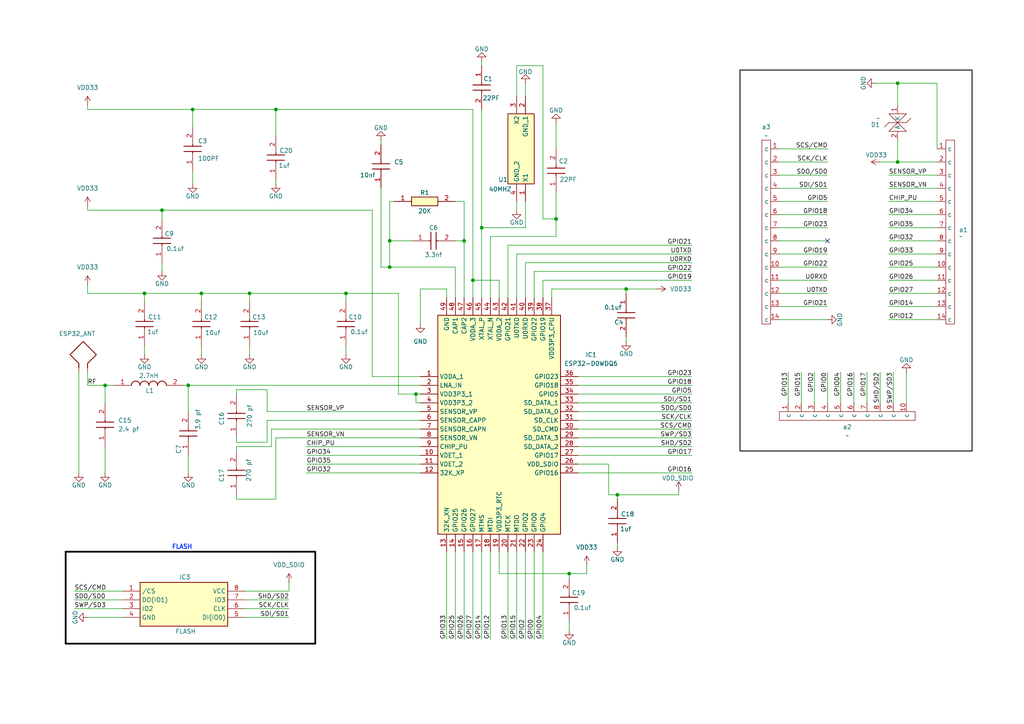
<source format=kicad_sch>
(kicad_sch (version 20231120) (generator "eeschema") (generator_version "8.0")
  (paper "A4")
  (title_block (title "ESP32") (date "2025-01-21") (rev "1/1") (company "SURE TRUST") (comment 1 "ESP32_D0WD_V3"))
  (junction (at 260.35 46.99))
  (junction (at 100.33 85.09))
  (junction (at 181.61 83.82))
  (junction (at 113.03 77.47))
  (junction (at 41.91 85.09))
  (junction (at 179.07 143.51))
  (junction (at 137.16 81.28))
  (junction (at 54.61 111.76))
  (junction (at 46.99 60.96))
  (junction (at 161.29 63.5))
  (junction (at 139.7 66.04))
  (junction (at 260.35 24.13))
  (junction (at 80.01 31.75))
  (junction (at 120.65 114.3))
  (junction (at 134.62 69.85))
  (junction (at 30.48 111.76))
  (junction (at 58.42 85.09))
  (junction (at 72.39 85.09))
  (junction (at 165.1 166.37))
  (junction (at 113.03 69.85))
  (junction (at 55.88 31.75))
  (no_connect (at 240.03 69.85))
  (wire (pts (xy 58.42 100.33) (xy 58.42 102.87)))
  (wire (pts (xy 176.53 134.62) (xy 176.53 143.51)))
  (wire (pts (xy 226.06 85.09) (xy 240.03 85.09)))
  (wire (pts (xy 113.03 69.85) (xy 113.03 77.47)))
  (wire (pts (xy 107.95 109.22) (xy 121.92 109.22)))
  (wire (pts (xy 154.94 160.02) (xy 154.94 185.42)))
  (wire (pts (xy 154.94 86.36) (xy 154.94 78.74)))
  (wire (pts (xy 129.54 185.42) (xy 129.54 160.02)))
  (wire (pts (xy 152.4 66.04) (xy 152.4 58.42)))
  (wire (pts (xy 226.06 69.85) (xy 240.03 69.85)))
  (wire (pts (xy 157.48 63.5) (xy 161.29 63.5)))
  (wire (pts (xy 144.78 81.28) (xy 137.16 81.28)))
  (wire (pts (xy 257.81 58.42) (xy 271.78 58.42)))
  (wire (pts (xy 167.64 109.22) (xy 200.66 109.22)))
  (wire (pts (xy 77.47 119.38) (xy 77.47 113.03)))
  (wire (pts (xy 72.39 87.63) (xy 72.39 85.09)))
  (wire (pts (xy 121.92 83.82) (xy 121.92 93.98)))
  (wire (pts (xy 228.6 107.95) (xy 228.6 116.84)))
  (wire (pts (xy 134.62 58.42) (xy 132.08 58.42)))
  (wire (pts (xy 257.81 92.71) (xy 271.78 92.71)))
  (wire (pts (xy 262.89 107.95) (xy 262.89 116.84)))
  (wire (pts (xy 41.91 85.09) (xy 41.91 87.63)))
  (wire (pts (xy 113.03 58.42) (xy 113.03 69.85)))
  (wire (pts (xy 71.12 173.99) (xy 83.82 173.99)))
  (wire (pts (xy 149.86 27.94) (xy 149.86 19.05)))
  (wire (pts (xy 152.4 86.36) (xy 152.4 76.2)))
  (wire (pts (xy 165.1 180.34) (xy 165.1 182.88)))
  (wire (pts (xy 147.32 71.12) (xy 200.66 71.12)))
  (wire (pts (xy 30.48 111.76) (xy 33.02 111.76)))
  (wire (pts (xy 167.64 127) (xy 200.66 127)))
  (wire (pts (xy 137.16 81.28) (xy 137.16 86.36)))
  (wire (pts (xy 255.27 107.95) (xy 255.27 116.84)))
  (wire (pts (xy 78.74 124.46) (xy 121.92 124.46)))
  (wire (pts (xy 58.42 85.09) (xy 72.39 85.09)))
  (wire (pts (xy 142.24 68.58) (xy 142.24 86.36)))
  (wire (pts (xy 179.07 143.51) (xy 196.85 143.51)))
  (wire (pts (xy 137.16 31.75) (xy 137.16 81.28)))
  (wire (pts (xy 120.65 116.84) (xy 120.65 114.3)))
  (wire (pts (xy 25.4 111.76) (xy 30.48 111.76)))
  (wire (pts (xy 129.54 83.82) (xy 129.54 86.36)))
  (wire (pts (xy 41.91 85.09) (xy 25.4 85.09)))
  (wire (pts (xy 25.4 82.55) (xy 25.4 85.09)))
  (wire (pts (xy 77.47 128.27) (xy 77.47 121.92)))
  (wire (pts (xy 46.99 76.2) (xy 46.99 78.74)))
  (wire (pts (xy 161.29 63.5) (xy 161.29 68.58)))
  (wire (pts (xy 78.74 129.54) (xy 78.74 124.46)))
  (wire (pts (xy 152.4 24.13) (xy 152.4 27.94)))
  (wire (pts (xy 226.06 77.47) (xy 240.03 77.47)))
  (wire (pts (xy 167.64 134.62) (xy 176.53 134.62)))
  (wire (pts (xy 257.81 85.09) (xy 271.78 85.09)))
  (wire (pts (xy 257.81 66.04) (xy 271.78 66.04)))
  (wire (pts (xy 80.01 31.75) (xy 137.16 31.75)))
  (wire (pts (xy 167.64 124.46) (xy 200.66 124.46)))
  (wire (pts (xy 68.58 113.03) (xy 68.58 114.3)))
  (wire (pts (xy 152.4 76.2) (xy 200.66 76.2)))
  (wire (pts (xy 25.4 31.75) (xy 25.4 30.48)))
  (wire (pts (xy 30.48 111.76) (xy 30.48 116.84)))
  (wire (pts (xy 257.81 77.47) (xy 271.78 77.47)))
  (wire (pts (xy 142.24 160.02) (xy 142.24 185.42)))
  (wire (pts (xy 58.42 85.09) (xy 58.42 87.63)))
  (wire (pts (xy 41.91 100.33) (xy 41.91 102.87)))
  (wire (pts (xy 167.64 132.08) (xy 200.66 132.08)))
  (wire (pts (xy 226.06 50.8) (xy 240.03 50.8)))
  (wire (pts (xy 167.64 114.3) (xy 200.66 114.3)))
  (wire (pts (xy 271.78 43.18) (xy 271.78 24.13)))
  (wire (pts (xy 55.88 31.75) (xy 55.88 36.83)))
  (wire (pts (xy 134.62 160.02) (xy 134.62 185.42)))
  (wire (pts (xy 181.61 83.82) (xy 181.61 85.09)))
  (wire (pts (xy 25.4 31.75) (xy 55.88 31.75)))
  (wire (pts (xy 149.86 86.36) (xy 149.86 73.66)))
  (wire (pts (xy 46.99 60.96) (xy 107.95 60.96)))
  (wire (pts (xy 139.7 66.04) (xy 152.4 66.04)))
  (wire (pts (xy 139.7 19.05) (xy 139.7 17.78)))
  (wire (pts (xy 88.9 129.54) (xy 121.92 129.54)))
  (wire (pts (xy 80.01 52.07) (xy 80.01 53.34)))
  (wire (pts (xy 144.78 160.02) (xy 144.78 166.37)))
  (wire (pts (xy 236.22 107.95) (xy 236.22 116.84)))
  (wire (pts (xy 144.78 86.36) (xy 144.78 81.28)))
  (wire (pts (xy 167.64 137.16) (xy 200.66 137.16)))
  (wire (pts (xy 167.64 121.92) (xy 200.66 121.92)))
  (wire (pts (xy 226.06 46.99) (xy 240.03 46.99)))
  (wire (pts (xy 54.61 132.08) (xy 54.61 137.16)))
  (wire (pts (xy 147.32 86.36) (xy 147.32 71.12)))
  (wire (pts (xy 21.59 176.53) (xy 35.56 176.53)))
  (wire (pts (xy 139.7 160.02) (xy 139.7 185.42)))
  (wire (pts (xy 53.34 111.76) (xy 54.61 111.76)))
  (wire (pts (xy 25.4 107.95) (xy 25.4 111.76)))
  (wire (pts (xy 154.94 78.74) (xy 200.66 78.74)))
  (wire (pts (xy 259.08 107.95) (xy 259.08 116.84)))
  (wire (pts (xy 165.1 166.37) (xy 165.1 167.64)))
  (wire (pts (xy 161.29 35.56) (xy 161.29 43.18)))
  (wire (pts (xy 196.85 143.51) (xy 196.85 142.24)))
  (wire (pts (xy 257.81 73.66) (xy 271.78 73.66)))
  (wire (pts (xy 160.02 86.36) (xy 160.02 83.82)))
  (wire (pts (xy 181.61 83.82) (xy 190.5 83.82)))
  (wire (pts (xy 71.12 171.45) (xy 83.82 171.45)))
  (wire (pts (xy 167.64 129.54) (xy 200.66 129.54)))
  (wire (pts (xy 71.12 176.53) (xy 83.82 176.53)))
  (wire (pts (xy 22.86 107.95) (xy 22.86 137.16)))
  (wire (pts (xy 68.58 128.27) (xy 77.47 128.27)))
  (wire (pts (xy 129.54 83.82) (xy 121.92 83.82)))
  (wire (pts (xy 100.33 85.09) (xy 115.57 85.09)))
  (wire (pts (xy 132.08 69.85) (xy 134.62 69.85)))
  (wire (pts (xy 88.9 137.16) (xy 121.92 137.16)))
  (wire (pts (xy 21.59 171.45) (xy 35.56 171.45)))
  (wire (pts (xy 110.49 41.91) (xy 110.49 40.64)))
  (wire (pts (xy 110.49 77.47) (xy 110.49 54.61)))
  (wire (pts (xy 157.48 86.36) (xy 157.48 81.28)))
  (wire (pts (xy 226.06 92.71) (xy 240.03 92.71)))
  (wire (pts (xy 170.18 163.83) (xy 170.18 166.37)))
  (wire (pts (xy 68.58 144.78) (xy 68.58 143.51)))
  (wire (pts (xy 142.24 68.58) (xy 161.29 68.58)))
  (wire (pts (xy 21.59 173.99) (xy 35.56 173.99)))
  (wire (pts (xy 132.08 77.47) (xy 132.08 86.36)))
  (wire (pts (xy 46.99 60.96) (xy 46.99 63.5)))
  (wire (pts (xy 113.03 69.85) (xy 119.38 69.85)))
  (wire (pts (xy 181.61 97.79) (xy 181.61 99.06)))
  (wire (pts (xy 257.81 88.9) (xy 271.78 88.9)))
  (wire (pts (xy 157.48 19.05) (xy 157.48 63.5)))
  (wire (pts (xy 113.03 58.42) (xy 114.3 58.42)))
  (wire (pts (xy 147.32 160.02) (xy 147.32 185.42)))
  (wire (pts (xy 80.01 144.78) (xy 68.58 144.78)))
  (wire (pts (xy 77.47 113.03) (xy 68.58 113.03)))
  (wire (pts (xy 107.95 109.22) (xy 107.95 60.96)))
  (wire (pts (xy 226.06 62.23) (xy 240.03 62.23)))
  (wire (pts (xy 134.62 58.42) (xy 134.62 69.85)))
  (wire (pts (xy 255.27 46.99) (xy 260.35 46.99)))
  (wire (pts (xy 80.01 31.75) (xy 80.01 39.37)))
  (wire (pts (xy 54.61 111.76) (xy 54.61 119.38)))
  (wire (pts (xy 100.33 100.33) (xy 100.33 102.87)))
  (wire (pts (xy 257.81 81.28) (xy 271.78 81.28)))
  (wire (pts (xy 113.03 77.47) (xy 132.08 77.47)))
  (wire (pts (xy 88.9 134.62) (xy 121.92 134.62)))
  (wire (pts (xy 25.4 60.96) (xy 25.4 59.69)))
  (wire (pts (xy 226.06 43.18) (xy 240.03 43.18)))
  (wire (pts (xy 55.88 49.53) (xy 55.88 53.34)))
  (wire (pts (xy 243.84 107.95) (xy 243.84 116.84)))
  (wire (pts (xy 115.57 85.09) (xy 115.57 114.3)))
  (wire (pts (xy 149.86 58.42) (xy 149.86 60.96)))
  (wire (pts (xy 58.42 85.09) (xy 41.91 85.09)))
  (wire (pts (xy 260.35 40.64) (xy 260.35 46.99)))
  (wire (pts (xy 149.86 160.02) (xy 149.86 185.42)))
  (wire (pts (xy 257.81 62.23) (xy 271.78 62.23)))
  (wire (pts (xy 149.86 19.05) (xy 157.48 19.05)))
  (wire (pts (xy 110.49 77.47) (xy 113.03 77.47)))
  (wire (pts (xy 120.65 114.3) (xy 115.57 114.3)))
  (wire (pts (xy 167.64 116.84) (xy 200.66 116.84)))
  (wire (pts (xy 226.06 81.28) (xy 240.03 81.28)))
  (wire (pts (xy 247.65 107.95) (xy 247.65 116.84)))
  (wire (pts (xy 121.92 116.84) (xy 120.65 116.84)))
  (wire (pts (xy 25.4 179.07) (xy 35.56 179.07)))
  (wire (pts (xy 179.07 157.48) (xy 179.07 158.75)))
  (wire (pts (xy 80.01 127) (xy 121.92 127)))
  (wire (pts (xy 226.06 54.61) (xy 240.03 54.61)))
  (wire (pts (xy 77.47 119.38) (xy 121.92 119.38)))
  (wire (pts (xy 55.88 31.75) (xy 80.01 31.75)))
  (wire (pts (xy 100.33 85.09) (xy 100.33 87.63)))
  (wire (pts (xy 161.29 55.88) (xy 161.29 63.5)))
  (wire (pts (xy 149.86 73.66) (xy 200.66 73.66)))
  (wire (pts (xy 251.46 107.95) (xy 251.46 116.84)))
  (wire (pts (xy 165.1 166.37) (xy 170.18 166.37)))
  (wire (pts (xy 157.48 160.02) (xy 157.48 185.42)))
  (wire (pts (xy 226.06 66.04) (xy 240.03 66.04)))
  (wire (pts (xy 167.64 119.38) (xy 200.66 119.38)))
  (wire (pts (xy 260.35 24.13) (xy 271.78 24.13)))
  (wire (pts (xy 260.35 46.99) (xy 271.78 46.99)))
  (wire (pts (xy 160.02 83.82) (xy 181.61 83.82)))
  (wire (pts (xy 257.81 54.61) (xy 271.78 54.61)))
  (wire (pts (xy 68.58 128.27) (xy 68.58 127)))
  (wire (pts (xy 72.39 100.33) (xy 72.39 102.87)))
  (wire (pts (xy 226.06 73.66) (xy 240.03 73.66)))
  (wire (pts (xy 167.64 111.76) (xy 200.66 111.76)))
  (wire (pts (xy 257.81 50.8) (xy 271.78 50.8)))
  (wire (pts (xy 25.4 60.96) (xy 46.99 60.96)))
  (wire (pts (xy 139.7 66.04) (xy 139.7 86.36)))
  (wire (pts (xy 176.53 143.51) (xy 179.07 143.51)))
  (wire (pts (xy 120.65 114.3) (xy 121.92 114.3)))
  (wire (pts (xy 88.9 132.08) (xy 121.92 132.08)))
  (wire (pts (xy 157.48 81.28) (xy 200.66 81.28)))
  (wire (pts (xy 134.62 69.85) (xy 134.62 86.36)))
  (wire (pts (xy 232.41 107.95) (xy 232.41 116.84)))
  (wire (pts (xy 132.08 185.42) (xy 132.08 160.02)))
  (wire (pts (xy 257.81 69.85) (xy 271.78 69.85)))
  (wire (pts (xy 139.7 66.04) (xy 139.7 31.75)))
  (wire (pts (xy 83.82 168.91) (xy 83.82 171.45)))
  (wire (pts (xy 71.12 179.07) (xy 83.82 179.07)))
  (wire (pts (xy 68.58 129.54) (xy 78.74 129.54)))
  (wire (pts (xy 152.4 160.02) (xy 152.4 185.42)))
  (wire (pts (xy 254 24.13) (xy 260.35 24.13)))
  (wire (pts (xy 226.06 88.9) (xy 240.03 88.9)))
  (wire (pts (xy 77.47 121.92) (xy 121.92 121.92)))
  (wire (pts (xy 68.58 130.81) (xy 68.58 129.54)))
  (wire (pts (xy 80.01 127) (xy 80.01 144.78)))
  (wire (pts (xy 240.03 107.95) (xy 240.03 116.84)))
  (wire (pts (xy 30.48 129.54) (xy 30.48 137.16)))
  (wire (pts (xy 260.35 24.13) (xy 260.35 30.48)))
  (wire (pts (xy 72.39 85.09) (xy 100.33 85.09)))
  (wire (pts (xy 137.16 160.02) (xy 137.16 185.42)))
  (wire (pts (xy 226.06 58.42) (xy 240.03 58.42)))
  (wire (pts (xy 144.78 166.37) (xy 165.1 166.37)))
  (wire (pts (xy 179.07 143.51) (xy 179.07 144.78)))
  (wire (pts (xy 54.61 111.76) (xy 121.92 111.76)))
  (rectangle (start 214.63 20.32) (end 281.94 130.81) (stroke (width 0.254) (color 0 0 0 1)))
  (rectangle (start 19.05 160.02) (end 91.44 186.69) (stroke (width 0.508) (color 4 0 0 1)))
  (text "FLASH" (at 52.832 158.75 0) (effects (font (size 1.27 1.27) (thickness 0.254) (bold yes))))
  (label "SENSOR_VN" (at 257.81 54.61 0))
  (label "SWP{slash}SD3" (at 259.08 107.95 270))
  (label "GPIO04" (at 243.84 107.95 270))
  (label "SDI{slash}SD1" (at 240.03 54.61 180))
  (label "GPIO14" (at 139.7 185.42 90))
  (label "GPIO32" (at 88.9 137.16 0))
  (label "GPIO27" (at 137.16 185.42 90))
  (label "SCS{slash}CMD" (at 21.59 171.45 0))
  (label "SDI{slash}SD1" (at 83.82 179.07 180))
  (label "SWP{slash}SD3" (at 200.66 127 180))
  (label "GPIO13" (at 147.32 185.42 90))
  (label "GPIO33" (at 129.54 185.42 90))
  (label "GPIO15" (at 149.86 185.42 90))
  (label "GPIO17" (at 251.46 107.95 270))
  (label "GPIO14" (at 257.81 88.9 0))
  (label "SENSOR_VP" (at 88.9 119.38 0))
  (label "GPIO16" (at 200.66 137.16 180))
  (label "GPIO26" (at 257.81 81.28 0))
  (label "GPIO17" (at 200.66 132.08 180))
  (label "SENSOR_VN" (at 88.9 127 0))
  (label "GPIO21" (at 240.03 88.9 180))
  (label "SCK{slash}CLK" (at 240.03 46.99 180))
  (label "GPIO13" (at 228.6 107.95 270))
  (label "GPIO25" (at 132.08 185.42 90))
  (label "GPIO5" (at 200.66 114.3 180))
  (label "GPIO27" (at 257.81 85.09 0))
  (label "SHD{slash}SD2" (at 200.66 129.54 180))
  (label "GPIO34" (at 88.9 132.08 0))
  (label "GPIO35" (at 88.9 134.62 0))
  (label "GPIO22" (at 200.66 78.74 180))
  (label "GPIO0" (at 240.03 107.95 270))
  (label "SDO{slash}SD0" (at 21.59 173.99 0))
  (label "GPIO33" (at 257.81 73.66 0))
  (label "SWP{slash}SD3" (at 21.59 176.53 0))
  (label "RF" (at 25.4 111.76 0))
  (label "CHIP_PU" (at 257.81 58.42 0))
  (label "CHIP_PU" (at 88.9 129.54 0))
  (label "GPIO0" (at 154.94 185.42 90))
  (label "GPIO15" (at 232.41 107.95 270))
  (label "SDI{slash}SD1" (at 200.66 116.84 180))
  (label "SDO{slash}SD0" (at 240.03 50.8 180))
  (label "GPIO34" (at 257.81 62.23 0))
  (label "U0RXD" (at 240.03 81.28 180))
  (label "GPIO12" (at 142.24 185.42 90))
  (label "GPIO18" (at 240.03 62.23 180))
  (label "GPIO32" (at 257.81 69.85 0))
  (label "SENSOR_VP" (at 257.81 50.8 0))
  (label "SCK{slash}CLK" (at 83.82 176.53 180))
  (label "SHD{slash}SD2" (at 255.27 107.95 270))
  (label "GPIO21" (at 200.66 71.12 180))
  (label "GPIO23" (at 200.66 109.22 180))
  (label "GPIO16" (at 247.65 107.95 270))
  (label "GPIO2" (at 236.22 107.95 270))
  (label "GPIO12" (at 257.81 92.71 0))
  (label "SDO{slash}SD0" (at 200.66 119.38 180))
  (label "U0TXD" (at 200.66 73.66 180))
  (label "GPIO22" (at 240.03 77.47 180))
  (label "U0RXD" (at 200.66 76.2 180))
  (label "GPIO2" (at 152.4 185.42 90))
  (label "GPIO18" (at 200.66 111.76 180))
  (label "GPIO19" (at 240.03 73.66 180))
  (label "SCS{slash}CMD" (at 200.66 124.46 180))
  (label "GPIO5" (at 240.03 58.42 180))
  (label "SHD{slash}SD2" (at 83.82 173.99 180))
  (label "GPIO35" (at 257.81 66.04 0))
  (label "GPIO25" (at 257.81 77.47 0))
  (label "GPIO19" (at 200.66 81.28 180))
  (label "SCS{slash}CMD" (at 240.03 43.18 180))
  (label "GPIO26" (at 134.62 185.42 90))
  (label "GPIO23" (at 240.03 66.04 180))
  (label "GPIO04" (at 157.48 185.42 90))
  (label "SCK{slash}CLK" (at 200.66 121.92 180))
  (label "U0TXD" (at 240.03 85.09 180))
  (symbol (lib_id "power:GND") (at 30.48 137.16 0) (unit 1)
    (property "Reference" "#PWR023" (effects (hide yes)))
    (property "Value" "GND" (at 30.48 140.716 0))
    (property "Description" "Power symbol creates a global label with name \"GND\" , ground" (effects (hide yes)))
  )
  (symbol (lib_id "power:GND") (at 80.01 53.34 0) (unit 1)
    (property "Reference" "#PWR09" (effects (hide yes)))
    (property "Value" "GND" (at 80.01 56.896 0))
    (property "Description" "Power symbol creates a global label with name \"GND\" , ground" (effects (hide yes)))
  )
  (symbol (lib_id "global symbol library:MSASJ021SB5103KWNA01") (at 110.49 54.61 90) (unit 1)
    (property "Reference" "C5" (at 114.3 46.9899 90) (effects (justify right)))
    (property "Value" "10nf" (at 104.394 50.8 90) (effects (justify right)))
    (property "Footprint" "global footprint library:MSASJ021SB5103KWNA01" (effects (hide yes)))
    (property "Datasheet" "https://ds.yuden.co.jp/TYCOMPAS/or/detail?pn=MSASJ021SB5103KWNA01&u=I" (effects (hide yes)))
    (property "Description" "Multilayer Ceramic Capacitors MLCC - SMD/SMT 6.3V 0.01uF X5R 00804 10%" (effects (hide yes)))
    (property "Height" "0.138" (effects (hide yes)))
    (property "Manufacturer_Name" "TAIYO YUDEN" (effects (hide yes)))
    (property "Manufacturer_Part_Number" "MSASJ021SB5103KWNA01" (effects (hide yes)))
  )
  (symbol (lib_id "Device:Antenna_Loop") (at 25.4 102.87 0) (mirror y) (unit 1)
    (property "Reference" "AE1" (effects (hide yes)))
    (property "Value" "ESP32_ANT" (at 27.686 96.774 0) (effects (justify left)))
    (property "Footprint" "global footprint library:ESP32_ANT" (effects (hide yes)))
    (property "Description" "Loop antenna" (effects (hide yes)))
  )
  (symbol (lib_id "power:GND") (at 110.49 40.64 180) (unit 1)
    (property "Reference" "#PWR022" (effects (hide yes)))
    (property "Value" "GND" (at 110.49 37.084 0))
    (property "Description" "Power symbol creates a global label with name \"GND\" , ground" (effects (hide yes)))
  )
  (symbol (lib_id "global symbol library:GRM033R71E271KA01D") (at 68.58 127 90) (unit 1)
    (property "Reference" "C16" (at 64.262 121.412 0))
    (property "Value" "270 pf" (at 72.39 120.65 0))
    (property "Footprint" "global footprint library:GRM033R71E271KA01D" (effects (hide yes)))
    (property "Datasheet" "https://search.murata.co.jp/Ceramy/image/img/A01X/G101/ENG/GRM033R71E271KA01-01A.pdf" (effects (hide yes)))
    (property "Description" "Chip Capacitor value 271" (effects (hide yes)))
    (property "Height" "0.33" (effects (hide yes)))
    (property "Manufacturer_Name" "Murata Electronics" (effects (hide yes)))
    (property "Manufacturer_Part_Number" "GRM033R71E271KA01D" (effects (hide yes)))
  )
  (symbol (lib_id "power:GND") (at 46.99 78.74 0) (unit 1)
    (property "Reference" "#PWR07" (effects (hide yes)))
    (property "Value" "GND" (at 46.99 82.296 0))
    (property "Description" "Power symbol creates a global label with name \"GND\" , ground" (effects (hide yes)))
  )
  (symbol (lib_id "global symbol library:GRM21BR61E106KA73L") (at 72.39 100.33 90) (unit 1)
    (property "Reference" "C13" (at 73.152 91.948 90) (effects (justify right)))
    (property "Value" "10uf" (at 73.406 96.52 90) (effects (justify right)))
    (property "Footprint" "global footprint library:GRM21BR61E106KA73L" (effects (hide yes)))
    (property "Datasheet" "https://search.murata.co.jp/Ceramy/image/img/A01X/G101/ENG/GRM21BR61E106KA73-01A.pdf" (effects (hide yes)))
    (property "Description" "Ceramic Capacitors MLCC 0805 10uF 25V Murata 0805 GRM 10uF Ceramic Multilayer Capacitor, 25 V dc, +85C, X5R Dielectric, +/-10% SMD" (effects (hide yes)))
    (property "Height" "1.45" (effects (hide yes)))
    (property "Manufacturer_Name" "Murata Electronics" (effects (hide yes)))
    (property "Manufacturer_Part_Number" "GRM21BR61E106KA73L" (effects (hide yes)))
    (property "Mouser Part Number" "81-GRM21BR61E106KA3L" (effects (hide yes)))
    (property "Mouser Price/Stock" "https://www.mouser.co.uk/ProductDetail/Murata-Electronics/GRM21BR61E106KA73L?qs=Uw8ySfEHS7LOsCQEzvRcNg%3D%3D" (effects (hide yes)))
    (property "Arrow Part Number" "GRM21BR61E106KA73L" (effects (hide yes)))
    (property "Arrow Price/Stock" "https://www.arrow.com/en/products/grm21br61e106ka73l/murata-manufacturing?utm_currency=USD&region=nac" (effects (hide yes)))
  )
  (symbol (lib_id "global symbol library:ESD3.3V88D-C") (at 260.35 35.56 90) (unit 1)
    (property "Reference" "D1" (at 255.27 36.1951 90) (effects (justify left)))
    (property "Value" "~" (at 255.27 34.29 90) (effects (justify left)))
    (property "Footprint" "global footprint library:ESD3.3V88D-C" (effects (hide yes)))
  )
  (symbol (lib_id "global symbol library:W25Q32JVSSIQ_TR") (at 35.56 171.45 0) (unit 1)
    (property "Reference" "IC3" (at 53.594 167.386 0))
    (property "Value" "FLASH" (at 53.848 183.134 0))
    (property "Footprint" "global footprint library:W25Q32JVSSIQ_TR" (effects (hide yes)))
    (property "Datasheet" "https://www.winbond.com/resource-files/w25q32jv%20spi%20revc%2008302016.pdf" (effects (hide yes)))
    (property "Description" "NOR Flash spiFlash, 32M-bit, DTR, 4Kb Uniform Sector" (effects (hide yes)))
    (property "Height" "2.16" (effects (hide yes)))
    (property "Manufacturer_Name" "Winbond" (effects (hide yes)))
    (property "Manufacturer_Part_Number" "W25Q32JVSSIQ TR" (effects (hide yes)))
    (property "Mouser Part Number" "454-W25Q32JVSSIQTR" (effects (hide yes)))
    (property "Mouser Price/Stock" "https://www.mouser.co.uk/ProductDetail/Winbond/W25Q32JVSSIQ-TR?qs=qSfuJ%252Bfl%2Fd73AdQzQa%2FEuA%3D%3D" (effects (hide yes)))
    (property "Arrow Part Number" "W25Q32JVSSIQ TR" (effects (hide yes)))
    (property "Arrow Price/Stock" "https://www.arrow.com/en/products/w25q32jvssiqtr/winbond-electronics?utm_currency=USD&region=nac" (effects (hide yes)))
  )
  (symbol (lib_id "power:VDD") (at 25.4 82.55 0) (unit 1)
    (property "Reference" "#PWR011" (effects (hide yes)))
    (property "Value" "VDD33" (at 25.4 77.47 0))
    (property "Description" "Power symbol creates a global label with name \"VDD\"" (effects (hide yes)))
  )
  (symbol (lib_id "power:GND") (at 165.1 182.88 0) (unit 1)
    (property "Reference" "#PWR018" (effects (hide yes)))
    (property "Value" "GND" (at 165.1 186.436 0))
    (property "Description" "Power symbol creates a global label with name \"GND\" , ground" (effects (hide yes)))
  )
  (symbol (lib_id "power:GND") (at 22.86 137.16 0) (unit 1)
    (property "Reference" "#PWR025" (effects (hide yes)))
    (property "Value" "GND" (at 22.86 140.716 0))
    (property "Description" "Power symbol creates a global label with name \"GND\" , ground" (effects (hide yes)))
  )
  (symbol (lib_id "global symbol library:ESP32-D0WDQ6") (at 121.92 109.22 0) (unit 1)
    (property "Reference" "IC1" (at 171.45 102.9014 0))
    (property "Value" "ESP32-D0WDQ6" (at 171.45 105.4414 0))
    (property "Footprint" "global footprint library:ESP32-D0WDQ6" (effects (hide yes)))
    (property "Datasheet" "https://www.espressif.com/sites/default/files/documentation/esp32_datasheet_en.pdf" (effects (hide yes)))
    (property "Description" "RF System on a Chip - SoC SMD IC ESP32-D0WDQ6, Dual Core MCU, WiFi & Bluetooth Combo, QFN48-pin, 6*6mm" (effects (hide yes)))
    (property "Height" "0.9" (effects (hide yes)))
    (property "Manufacturer_Name" "Espressif Systems" (effects (hide yes)))
    (property "Manufacturer_Part_Number" "ESP32-D0WDQ6" (effects (hide yes)))
    (property "Mouser Part Number" "356-ESP32-D0WDQ6" (effects (hide yes)))
    (property "Mouser Price/Stock" "https://www.mouser.co.uk/ProductDetail/Espressif-Systems/ESP32-D0WDQ6?qs=chTDxNqvsykWgzfXx0gR%252BQ%3D%3D" (effects (hide yes)))
  )
  (symbol (lib_id "power:GND") (at 254 24.13 270) (unit 1)
    (property "Reference" "#PWR029" (effects (hide yes)))
    (property "Value" "GND" (at 250.444 24.13 0))
    (property "Description" "Power symbol creates a global label with name \"GND\" , ground" (effects (hide yes)))
  )
  (symbol (lib_id "global symbol library:ERJ-XGNJ203Y") (at 114.3 58.42 0) (unit 1)
    (property "Reference" "R1" (at 123.19 55.88 0))
    (property "Value" "20K" (at 123.19 61.214 0))
    (property "Footprint" "global footprint library:ERJ-XGNJ203Y" (effects (hide yes)))
    (property "Datasheet" "https://industrial.panasonic.com/cdbs/www-data/pdf/RDA0000/AOA0000C301.pdf" (effects (hide yes)))
    (property "Description" "Thick Film Chip Resistor, 0201, 0.05W" (effects (hide yes)))
    (property "Height" "0.15" (effects (hide yes)))
    (property "Manufacturer_Name" "Panasonic" (effects (hide yes)))
    (property "Manufacturer_Part_Number" "ERJ-XGNJ203Y" (effects (hide yes)))
    (property "Mouser Part Number" "667-ERJ-XGNJ203Y" (effects (hide yes)))
    (property "Mouser Price/Stock" "https://www.mouser.co.uk/ProductDetail/Panasonic/ERJ-XGNJ203Y?qs=9gtMhpKs0nH2W24XOYxqvQ%3D%3D" (effects (hide yes)))
  )
  (symbol (lib_id "power:VDDA") (at 83.82 168.91 0) (unit 1)
    (property "Reference" "#PWR030" (effects (hide yes)))
    (property "Value" "VDD_SDIO" (at 83.82 163.83 0))
    (property "Description" "Power symbol creates a global label with name \"VDDA\"" (effects (hide yes)))
  )
  (symbol (lib_id "global symbol library:GRM033R60J105MEA2D") (at 179.07 157.48 90) (unit 1)
    (property "Reference" "C18" (at 180.086 149.098 90) (effects (justify right)))
    (property "Value" "1uf" (at 179.832 153.416 90) (effects (justify right)))
    (property "Footprint" "global footprint library:GRM033R60J105MEA2D" (effects (hide yes)))
    (property "Datasheet" "https://search.murata.co.jp/Ceramy/image/img/A01X/G101/ENG/GRM033R60J105MEA2-61A.pdf" (effects (hide yes)))
    (property "Description" "Capacitor MLCC GRM 0201 1uF 6.3V X5R Murata 0201 GRM 1uF Ceramic Multilayer Capacitor, 6.3 V, +85C, X5R Dielectric, +/-20% SMD" (effects (hide yes)))
    (property "Height" "0.33" (effects (hide yes)))
    (property "Manufacturer_Name" "Murata Electronics" (effects (hide yes)))
    (property "Manufacturer_Part_Number" "GRM033R60J105MEA2D" (effects (hide yes)))
    (property "Mouser Part Number" "81-GRM033R60J105ME2D" (effects (hide yes)))
    (property "Mouser Price/Stock" "https://www.mouser.co.uk/ProductDetail/Murata-Electronics/GRM033R60J105MEA2D?qs=07yfQVYDK7uCNboOI%2Fj8pQ%3D%3D" (effects (hide yes)))
    (property "Arrow Part Number" "GRM033R60J105MEA2D" (effects (hide yes)))
    (property "Arrow Price/Stock" "https://www.arrow.com/en/products/grm033r60j105mea2d/murata-manufacturing?region=nac" (effects (hide yes)))
  )
  (symbol (lib_id "power:VDD") (at 255.27 46.99 90) (unit 1)
    (property "Reference" "#PWR031" (effects (hide yes)))
    (property "Value" "VDD33" (at 257.302 44.958 90) (effects (justify left)))
    (property "Description" "Power symbol creates a global label with name \"VDD\"" (effects (hide yes)))
  )
  (symbol (lib_id "power:GND") (at 72.39 102.87 0) (unit 1)
    (property "Reference" "#PWR014" (effects (hide yes)))
    (property "Value" "GND" (at 72.39 106.426 0))
    (property "Description" "Power symbol creates a global label with name \"GND\" , ground" (effects (hide yes)))
  )
  (symbol (lib_id "global symbol library:GRM033C81E104KE14D") (at 181.61 85.09 270) (unit 1)
    (property "Reference" "C4" (at 180.848 93.472 90) (effects (justify right)))
    (property "Value" "0.1uf" (at 180.34 89.154 90) (effects (justify right)))
    (property "Footprint" "global footprint library:GRM033C81E104KE14D" (effects (hide yes)))
    (property "Datasheet" "https://search.murata.co.jp/Ceramy/image/img/A01X/G101/ENG/GRM033C81E104KE14-01A.pdf" (effects (hide yes)))
    (property "Description" "Multilayer Ceramic Capacitors MLCC - SMD/SMT 0201 0.10uF 25volts *Derate Voltage/Temp" (effects (hide yes)))
    (property "Height" "0.33" (effects (hide yes)))
    (property "Manufacturer_Name" "Murata Electronics" (effects (hide yes)))
    (property "Manufacturer_Part_Number" "GRM033C81E104KE14D" (effects (hide yes)))
    (property "Mouser Part Number" "81-GRM33C81E104KE14D" (effects (hide yes)))
    (property "Mouser Price/Stock" "https://www.mouser.co.uk/ProductDetail/Murata-Electronics/GRM033C81E104KE14D?qs=P%2FC4Eoq9CDwxe7d5nXqGrA%3D%3D" (effects (hide yes)))
    (property "Arrow Part Number" "GRM033C81E104KE14D" (effects (hide yes)))
    (property "Arrow Price/Stock" "https://www.arrow.com/en/products/grm033c81e104ke14d/murata-manufacturing" (effects (hide yes)))
  )
  (symbol (lib_id "power:GND") (at 181.61 99.06 0) (unit 1)
    (property "Reference" "#PWR017" (effects (hide yes)))
    (property "Value" "GND" (at 181.61 102.616 0))
    (property "Description" "Power symbol creates a global label with name \"GND\" , ground" (effects (hide yes)))
  )
  (symbol (lib_id "global symbol library:GRM0335C1H220JA01D") (at 139.7 19.05 270) (unit 1)
    (property "Reference" "C1" (at 140.208 22.86 90) (effects (justify left)))
    (property "Value" "22PF" (at 139.954 28.448 90) (effects (justify left)))
    (property "Footprint" "global footprint library:GRM0335C1H220JA01D" (effects (hide yes)))
    (property "Datasheet" "https://search.murata.co.jp/Ceramy/image/img/A01X/G101/ENG/GRM0335C1H220JA01-01A.pdf" (effects (hide yes)))
    (property "Description" "Murata 0201 GRM 22pF Ceramic Multilayer Capacitor, 50 V, +125C, C0G Dielectric, +/-5% SMD" (effects (hide yes)))
    (property "Height" "0.33" (effects (hide yes)))
    (property "Manufacturer_Name" "Murata Electronics" (effects (hide yes)))
    (property "Manufacturer_Part_Number" "GRM0335C1H220JA01D" (effects (hide yes)))
    (property "Mouser Part Number" "81-GRM0335C1H220JA1D" (effects (hide yes)))
    (property "Mouser Price/Stock" "https://www.mouser.co.uk/ProductDetail/Murata-Electronics/GRM0335C1H220JA01D?qs=WjGk7BNrzSHTRrKAPPVL5w%3D%3D" (effects (hide yes)))
    (property "Arrow Part Number" "GRM0335C1H220JA01D" (effects (hide yes)))
    (property "Arrow Price/Stock" "https://www.arrow.com/en/products/grm0335c1h220ja01d/murata-manufacturing" (effects (hide yes)))
  )
  (symbol (lib_id "global symbol library:GRM033C81E104KE14D") (at 46.99 76.2 90) (unit 1)
    (property "Reference" "C9" (at 47.752 67.818 90) (effects (justify right)))
    (property "Value" "0.1uf" (at 48.26 72.136 90) (effects (justify right)))
    (property "Footprint" "global footprint library:GRM033C81E104KE14D" (effects (hide yes)))
    (property "Datasheet" "https://search.murata.co.jp/Ceramy/image/img/A01X/G101/ENG/GRM033C81E104KE14-01A.pdf" (effects (hide yes)))
    (property "Description" "Multilayer Ceramic Capacitors MLCC - SMD/SMT 0201 0.10uF 25volts *Derate Voltage/Temp" (effects (hide yes)))
    (property "Height" "0.33" (effects (hide yes)))
    (property "Manufacturer_Name" "Murata Electronics" (effects (hide yes)))
    (property "Manufacturer_Part_Number" "GRM033C81E104KE14D" (effects (hide yes)))
    (property "Mouser Part Number" "81-GRM33C81E104KE14D" (effects (hide yes)))
    (property "Mouser Price/Stock" "https://www.mouser.co.uk/ProductDetail/Murata-Electronics/GRM033C81E104KE14D?qs=P%2FC4Eoq9CDwxe7d5nXqGrA%3D%3D" (effects (hide yes)))
    (property "Arrow Part Number" "GRM033C81E104KE14D" (effects (hide yes)))
    (property "Arrow Price/Stock" "https://www.arrow.com/en/products/grm033c81e104ke14d/murata-manufacturing" (effects (hide yes)))
  )
  (symbol (lib_id "global symbol library:GRM033R60J105MEA2D") (at 80.01 52.07 90) (unit 1)
    (property "Reference" "C20" (at 81.026 43.688 90) (effects (justify right)))
    (property "Value" "1uf" (at 80.772 48.006 90) (effects (justify right)))
    (property "Footprint" "global footprint library:GRM033R60J105MEA2D" (effects (hide yes)))
    (property "Datasheet" "https://search.murata.co.jp/Ceramy/image/img/A01X/G101/ENG/GRM033R60J105MEA2-61A.pdf" (effects (hide yes)))
    (property "Description" "Capacitor MLCC GRM 0201 1uF 6.3V X5R Murata 0201 GRM 1uF Ceramic Multilayer Capacitor, 6.3 V, +85C, X5R Dielectric, +/-20% SMD" (effects (hide yes)))
    (property "Height" "0.33" (effects (hide yes)))
    (property "Manufacturer_Name" "Murata Electronics" (effects (hide yes)))
    (property "Manufacturer_Part_Number" "GRM033R60J105MEA2D" (effects (hide yes)))
    (property "Mouser Part Number" "81-GRM033R60J105ME2D" (effects (hide yes)))
    (property "Mouser Price/Stock" "https://www.mouser.co.uk/ProductDetail/Murata-Electronics/GRM033R60J105MEA2D?qs=07yfQVYDK7uCNboOI%2Fj8pQ%3D%3D" (effects (hide yes)))
    (property "Arrow Part Number" "GRM033R60J105MEA2D" (effects (hide yes)))
    (property "Arrow Price/Stock" "https://www.arrow.com/en/products/grm033r60j105mea2d/murata-manufacturing?region=nac" (effects (hide yes)))
  )
  (symbol (lib_id "global symbol library:GRM033C81E104KE14D") (at 165.1 180.34 90) (unit 1)
    (property "Reference" "C19" (at 165.862 171.958 90) (effects (justify right)))
    (property "Value" "0.1uf" (at 166.37 176.276 90) (effects (justify right)))
    (property "Footprint" "global footprint library:GRM033C81E104KE14D" (effects (hide yes)))
    (property "Datasheet" "https://search.murata.co.jp/Ceramy/image/img/A01X/G101/ENG/GRM033C81E104KE14-01A.pdf" (effects (hide yes)))
    (property "Description" "Multilayer Ceramic Capacitors MLCC - SMD/SMT 0201 0.10uF 25volts *Derate Voltage/Temp" (effects (hide yes)))
    (property "Height" "0.33" (effects (hide yes)))
    (property "Manufacturer_Name" "Murata Electronics" (effects (hide yes)))
    (property "Manufacturer_Part_Number" "GRM033C81E104KE14D" (effects (hide yes)))
    (property "Mouser Part Number" "81-GRM33C81E104KE14D" (effects (hide yes)))
    (property "Mouser Price/Stock" "https://www.mouser.co.uk/ProductDetail/Murata-Electronics/GRM033C81E104KE14D?qs=P%2FC4Eoq9CDwxe7d5nXqGrA%3D%3D" (effects (hide yes)))
    (property "Arrow Part Number" "GRM033C81E104KE14D" (effects (hide yes)))
    (property "Arrow Price/Stock" "https://www.arrow.com/en/products/grm033c81e104ke14d/murata-manufacturing" (effects (hide yes)))
  )
  (symbol (lib_id "power:GND") (at 100.33 102.87 0) (unit 1)
    (property "Reference" "#PWR015" (effects (hide yes)))
    (property "Value" "GND" (at 100.33 106.426 0))
    (property "Description" "Power symbol creates a global label with name \"GND\" , ground" (effects (hide yes)))
  )
  (symbol (lib_id "global symbol library:cas_hol_esp32_1") (at 262.89 41.91 0) (unit 1)
    (property "Reference" "a1" (at 278.13 66.6749 0) (effects (justify left)))
    (property "Value" "~" (at 278.13 68.58 0) (effects (justify left)))
    (property "Footprint" "global footprint library:cas_hol_esp32_1" (effects (hide yes)))
  )
  (symbol (lib_id "power:GND") (at 25.4 179.07 270) (unit 1)
    (property "Reference" "#PWR027" (effects (hide yes)))
    (property "Value" "GND" (at 21.844 179.07 0))
    (property "Description" "Power symbol creates a global label with name \"GND\" , ground" (effects (hide yes)))
  )
  (symbol (lib_id "power:VDD") (at 190.5 83.82 270) (unit 1)
    (property "Reference" "#PWR019" (effects (hide yes)))
    (property "Value" "VDD33" (at 194.31 83.8199 90) (effects (justify left)))
    (property "Description" "Power symbol creates a global label with name \"VDD\"" (effects (hide yes)))
  )
  (symbol (lib_id "power:VDD") (at 25.4 59.69 0) (unit 1)
    (property "Reference" "#PWR02" (effects (hide yes)))
    (property "Value" "VDD33" (at 25.4 54.61 0))
    (property "Description" "Power symbol creates a global label with name \"VDD\"" (effects (hide yes)))
  )
  (symbol (lib_id "power:VDD") (at 25.4 30.48 0) (unit 1)
    (property "Reference" "#PWR01" (effects (hide yes)))
    (property "Value" "VDD33" (at 25.4 25.4 0))
    (property "Description" "Power symbol creates a global label with name \"VDD\"" (effects (hide yes)))
  )
  (symbol (lib_id "power:GND") (at 240.03 92.71 90) (unit 1)
    (property "Reference" "#PWR026" (effects (hide yes)))
    (property "Value" "GND" (at 243.586 92.71 0))
    (property "Description" "Power symbol creates a global label with name \"GND\" , ground" (effects (hide yes)))
  )
  (symbol (lib_id "power:GND") (at 161.29 35.56 180) (unit 1)
    (property "Reference" "#PWR06" (effects (hide yes)))
    (property "Value" "GND" (at 161.29 32.004 0))
    (property "Description" "Power symbol creates a global label with name \"GND\" , ground" (effects (hide yes)))
  )
  (symbol (lib_id "global symbol library:cas_hol_esp32_2") (at 238.125 97.155 0) (unit 1)
    (property "Reference" "a2" (at 245.745 123.825 0))
    (property "Value" "~" (at 245.745 126.365 0))
    (property "Footprint" "global footprint library:cas_hol_esp32_2" (effects (hide yes)))
  )
  (symbol (lib_id "power:VDD") (at 170.18 163.83 0) (unit 1)
    (property "Reference" "#PWR016" (effects (hide yes)))
    (property "Value" "VDD33" (at 170.18 158.75 0))
    (property "Description" "Power symbol creates a global label with name \"VDD\"" (effects (hide yes)))
  )
  (symbol (lib_id "power:GND") (at 121.92 93.98 0) (unit 1)
    (property "Reference" "#PWR010" (effects (hide yes)))
    (property "Value" "GND" (at 121.92 99.06 0))
    (property "Description" "Power symbol creates a global label with name \"GND\" , ground" (effects (hide yes)))
  )
  (symbol (lib_id "global symbol library:ABM11W-40.0000MHZ-4-B1U-T3") (at 149.86 58.42 90) (unit 1)
    (property "Reference" "U1" (at 144.526 52.07 90) (effects (justify right)))
    (property "Value" "40MHZ" (at 141.732 54.864 90) (effects (justify right)))
    (property "Footprint" "global footprint library:ABM11W-40.0000MHZ-4-B1U-T3" (effects (hide yes)))
    (property "Datasheet" "https://abracon.com/Resonators/ABM11W.pdf" (effects (hide yes)))
    (property "Description" "IoT OPTIMIZED LOW PROFILE QUARTZ CRYSTAL" (effects (hide yes)))
    (property "Height" "0.5" (effects (hide yes)))
    (property "Manufacturer_Name" "ABRACON" (effects (hide yes)))
    (property "Manufacturer_Part_Number" "ABM11W-40.0000MHZ-4-B1U-T3" (effects (hide yes)))
    (property "Mouser Part Number" "815-11W40-4B1UT" (effects (hide yes)))
    (property "Mouser Price/Stock" "https://www.mouser.co.uk/ProductDetail/ABRACON/ABM11W-40.0000MHZ-4-B1U-T3?qs=5aG0NVq1C4yPXGMHYJ%252Bxjg%3D%3D" (effects (hide yes)))
  )
  (symbol (lib_id "global symbol library:GRM0335C1H2R4BA01D") (at 30.48 129.54 90) (unit 1)
    (property "Reference" "C15" (at 34.29 121.9199 90) (effects (justify right)))
    (property "Value" "2.4 pf" (at 34.29 124.4599 90) (effects (justify right)))
    (property "Footprint" "global footprint library:GRM0335C1H2R4BA01D" (effects (hide yes)))
    (property "Datasheet" "https://search.murata.co.jp/Ceramy/image/img/A01X/G101/ENG/GRM0335C1H2R4BA01-01A.pdf" (effects (hide yes)))
    (property "Description" "Multilayer Ceramic Capacitors MLCC - SMD/SMT 0201 2.4pF 50volts C0G +/-0.1pF" (effects (hide yes)))
    (property "Height" "0.33" (effects (hide yes)))
    (property "Manufacturer_Name" "Murata Electronics" (effects (hide yes)))
    (property "Manufacturer_Part_Number" "GRM0335C1H2R4BA01D" (effects (hide yes)))
    (property "Mouser Part Number" "81-GRM0335C1H2R4BA1D" (effects (hide yes)))
    (property "Mouser Price/Stock" "https://www.mouser.co.uk/ProductDetail/Murata-Electronics/GRM0335C1H2R4BA01D?qs=7vGxPDjevFPVkMUaTcTZcw%3D%3D" (effects (hide yes)))
    (property "Arrow Part Number" "GRM0335C1H2R4BA01D" (effects (hide yes)))
    (property "Arrow Price/Stock" "https://www.arrow.com/en/products/grm0335c1h2r4ba01d/murata-manufacturing" (effects (hide yes)))
  )
  (symbol (lib_id "power:GND") (at 152.4 24.13 180) (unit 1)
    (property "Reference" "#PWR05" (effects (hide yes)))
    (property "Value" "GND" (at 152.4 20.828 0))
    (property "Description" "Power symbol creates a global label with name \"GND\" , ground" (effects (hide yes)))
  )
  (symbol (lib_id "power:GND") (at 179.07 158.75 0) (unit 1)
    (property "Reference" "#PWR021" (effects (hide yes)))
    (property "Value" "GND" (at 179.07 162.306 0))
    (property "Description" "Power symbol creates a global label with name \"GND\" , ground" (effects (hide yes)))
  )
  (symbol (lib_id "power:GND") (at 262.89 107.95 180) (unit 1)
    (property "Reference" "#PWR020" (effects (hide yes)))
    (property "Value" "GND" (at 262.89 104.394 0))
    (property "Description" "Power symbol creates a global label with name \"GND\" , ground" (effects (hide yes)))
  )
  (symbol (lib_id "power:VDDA") (at 196.85 142.24 0) (unit 1)
    (property "Reference" "#PWR028" (effects (hide yes)))
    (property "Value" "VDD_SDIO" (at 196.596 138.684 0))
    (property "Description" "Power symbol creates a global label with name \"VDDA\"" (effects (hide yes)))
  )
  (symbol (lib_id "power:GND") (at 58.42 102.87 0) (unit 1)
    (property "Reference" "#PWR013" (effects (hide yes)))
    (property "Value" "GND" (at 58.42 106.426 0))
    (property "Description" "Power symbol creates a global label with name \"GND\" , ground" (effects (hide yes)))
  )
  (symbol (lib_id "power:GND") (at 149.86 60.96 0) (unit 1)
    (property "Reference" "#PWR04" (effects (hide yes)))
    (property "Value" "GND" (at 149.86 64.516 0))
    (property "Description" "Power symbol creates a global label with name \"GND\" , ground" (effects (hide yes)))
  )
  (symbol (lib_id "global symbol library:GRM033R71E271KA01D") (at 68.58 143.51 90) (unit 1)
    (property "Reference" "C17" (at 64.262 137.922 0))
    (property "Value" "270 pf" (at 72.136 136.398 0))
    (property "Footprint" "global footprint library:GRM033R71E271KA01D" (effects (hide yes)))
    (property "Datasheet" "https://search.murata.co.jp/Ceramy/image/img/A01X/G101/ENG/GRM033R71E271KA01-01A.pdf" (effects (hide yes)))
    (property "Description" "Chip Capacitor value 271" (effects (hide yes)))
    (property "Height" "0.33" (effects (hide yes)))
    (property "Manufacturer_Name" "Murata Electronics" (effects (hide yes)))
    (property "Manufacturer_Part_Number" "GRM033R71E271KA01D" (effects (hide yes)))
  )
  (symbol (lib_id "global symbol library:GRM033R60J105MEA2D") (at 41.91 100.33 90) (unit 1)
    (property "Reference" "C11" (at 42.926 91.948 90) (effects (justify right)))
    (property "Value" "1uf" (at 42.672 96.266 90) (effects (justify right)))
    (property "Footprint" "global footprint library:GRM033R60J105MEA2D" (effects (hide yes)))
    (property "Datasheet" "https://search.murata.co.jp/Ceramy/image/img/A01X/G101/ENG/GRM033R60J105MEA2-61A.pdf" (effects (hide yes)))
    (property "Description" "Capacitor MLCC GRM 0201 1uF 6.3V X5R Murata 0201 GRM 1uF Ceramic Multilayer Capacitor, 6.3 V, +85C, X5R Dielectric, +/-20% SMD" (effects (hide yes)))
    (property "Height" "0.33" (effects (hide yes)))
    (property "Manufacturer_Name" "Murata Electronics" (effects (hide yes)))
    (property "Manufacturer_Part_Number" "GRM033R60J105MEA2D" (effects (hide yes)))
    (property "Mouser Part Number" "81-GRM033R60J105ME2D" (effects (hide yes)))
    (property "Mouser Price/Stock" "https://www.mouser.co.uk/ProductDetail/Murata-Electronics/GRM033R60J105MEA2D?qs=07yfQVYDK7uCNboOI%2Fj8pQ%3D%3D" (effects (hide yes)))
    (property "Arrow Part Number" "GRM033R60J105MEA2D" (effects (hide yes)))
    (property "Arrow Price/Stock" "https://www.arrow.com/en/products/grm033r60j105mea2d/murata-manufacturing?region=nac" (effects (hide yes)))
  )
  (symbol (lib_id "global symbol library:AIMC-0603-2N7S-T") (at 33.02 111.76 0) (unit 1)
    (property "Reference" "L1" (at 43.434 113.284 0))
    (property "Value" "2.7nH" (at 43.18 108.966 0))
    (property "Footprint" "global footprint library:AIMC-0603-2N7S-T" (effects (hide yes)))
    (property "Datasheet" "https://abracon.com/Magnetics/new/AIMC-0603.pdf" (effects (hide yes)))
    (property "Description" "Inductor Chip Multi-Layer 2.7nH 0.3nH 100MHz 10Q-Factor Ceramic 500mA 100mOhm DCR 0603 T/R" (effects (hide yes)))
    (property "Height" "0.95" (effects (hide yes)))
    (property "Manufacturer_Name" "ABRACON" (effects (hide yes)))
    (property "Manufacturer_Part_Number" "AIMC-0603-2N7S-T" (effects (hide yes)))
    (property "Mouser Part Number" "815-AIMC-0603-2N7ST" (effects (hide yes)))
    (property "Mouser Price/Stock" "https://www.mouser.co.uk/ProductDetail/ABRACON/AIMC-0603-2N7S-T?qs=1vO2EIVe%252BY7Dyz%2F3njc3PA%3D%3D" (effects (hide yes)))
    (property "Arrow Part Number" "AIMC-0603-2N7S-T" (effects (hide yes)))
    (property "Arrow Price/Stock" "https://www.arrow.com/en/products/aimc-0603-2n7s-t/abracon?region=nac" (effects (hide yes)))
  )
  (symbol (lib_id "global symbol library:GRM0335C1H101JA01D") (at 55.88 49.53 90) (unit 1)
    (property "Reference" "C3" (at 57.404 40.894 90) (effects (justify right)))
    (property "Value" "100PF" (at 57.404 45.974 90) (effects (justify right)))
    (property "Footprint" "global footprint library:GRM0335C1H101JA01D" (effects (hide yes)))
    (property "Datasheet" "https://search.murata.co.jp/Ceramy/image/img/A01X/G101/ENG/GRM0335C1H101JA01-01A.pdf" (effects (hide yes)))
    (property "Description" "Murata 0201 GRM 100pF Ceramic Multilayer Capacitor, 50 V, +125C, C0G Dielectric, +/-5% SMD" (effects (hide yes)))
    (property "Height" "0.33" (effects (hide yes)))
    (property "Manufacturer_Name" "Murata Electronics" (effects (hide yes)))
    (property "Manufacturer_Part_Number" "GRM0335C1H101JA01D" (effects (hide yes)))
    (property "Mouser Part Number" "81-GRM0335C1H101JA1D" (effects (hide yes)))
    (property "Mouser Price/Stock" "https://www.mouser.co.uk/ProductDetail/Murata-Electronics/GRM0335C1H101JA01D?qs=J1R1puj4KiEwXjDNFkiMqg%3D%3D" (effects (hide yes)))
    (property "Arrow Part Number" "GRM0335C1H101JA01D" (effects (hide yes)))
    (property "Arrow Price/Stock" "https://www.arrow.com/en/products/grm0335c1h101ja01d/murata-manufacturing?region=nac" (effects (hide yes)))
  )
  (symbol (lib_id "power:GND") (at 139.7 17.78 180) (unit 1)
    (property "Reference" "#PWR03" (effects (hide yes)))
    (property "Value" "GND" (at 139.7 14.224 0))
    (property "Description" "Power symbol creates a global label with name \"GND\" , ground" (effects (hide yes)))
  )
  (symbol (lib_id "global symbol library:GRM0335C1H220JA01D") (at 161.29 55.88 90) (unit 1)
    (property "Reference" "C2" (at 162.052 46.736 90) (effects (justify right)))
    (property "Value" "22PF" (at 162.306 52.07 90) (effects (justify right)))
    (property "Footprint" "global footprint library:GRM0335C1H220JA01D" (effects (hide yes)))
    (property "Datasheet" "https://search.murata.co.jp/Ceramy/image/img/A01X/G101/ENG/GRM0335C1H220JA01-01A.pdf" (effects (hide yes)))
    (property "Description" "Murata 0201 GRM 22pF Ceramic Multilayer Capacitor, 50 V, +125C, C0G Dielectric, +/-5% SMD" (effects (hide yes)))
    (property "Height" "0.33" (effects (hide yes)))
    (property "Manufacturer_Name" "Murata Electronics" (effects (hide yes)))
    (property "Manufacturer_Part_Number" "GRM0335C1H220JA01D" (effects (hide yes)))
    (property "Mouser Part Number" "81-GRM0335C1H220JA1D" (effects (hide yes)))
    (property "Mouser Price/Stock" "https://www.mouser.co.uk/ProductDetail/Murata-Electronics/GRM0335C1H220JA01D?qs=WjGk7BNrzSHTRrKAPPVL5w%3D%3D" (effects (hide yes)))
    (property "Arrow Part Number" "GRM0335C1H220JA01D" (effects (hide yes)))
    (property "Arrow Price/Stock" "https://www.arrow.com/en/products/grm0335c1h220ja01d/murata-manufacturing" (effects (hide yes)))
  )
  (symbol (lib_id "power:GND") (at 54.61 137.16 0) (unit 1)
    (property "Reference" "#PWR024" (effects (hide yes)))
    (property "Value" "GND" (at 54.61 140.716 0))
    (property "Description" "Power symbol creates a global label with name \"GND\" , ground" (effects (hide yes)))
  )
  (symbol (lib_id "global symbol library:GRM0335C1H3R9BA01D") (at 54.61 132.08 90) (unit 1)
    (property "Reference" "C7" (at 51.816 130.302 0))
    (property "Value" "3.9 pf" (at 57.404 121.666 0))
    (property "Footprint" "global footprint library:GRM0335C1H3R9BA01D" (effects (hide yes)))
    (property "Datasheet" "https://search.murata.co.jp/Ceramy/image/img/A01X/G101/ENG/GRM0335C1H3R9BA01-01A.pdf" (effects (hide yes)))
    (property "Description" "Multilayer Ceramic Capacitors MLCC - SMD/SMT 0201 3.9pF 50volts C0G +/-0.1pF" (effects (hide yes)))
    (property "Height" "0.33" (effects (hide yes)))
    (property "Manufacturer_Name" "Murata Electronics" (effects (hide yes)))
    (property "Manufacturer_Part_Number" "GRM0335C1H3R9BA01D" (effects (hide yes)))
    (property "Mouser Part Number" "81-GRM0335C1H3R9BA1D" (effects (hide yes)))
    (property "Mouser Price/Stock" "https://www.mouser.co.uk/ProductDetail/Murata-Electronics/GRM0335C1H3R9BA01D?qs=7vGxPDjevFPA4PAcLjuEQA%3D%3D" (effects (hide yes)))
    (property "Arrow Part Number" "GRM0335C1H3R9BA01D" (effects (hide yes)))
    (property "Arrow Price/Stock" "https://www.arrow.com/en/products/grm0335c1h3r9ba01d/murata-manufacturing" (effects (hide yes)))
  )
  (symbol (lib_id "global symbol library:cas_hol_esp32_3") (at 222.25 41.91 0) (unit 1)
    (property "Reference" "a3" (at 222.25 36.83 0))
    (property "Value" "~" (at 222.25 39.37 0))
    (property "Footprint" "global footprint library:cas_hol_esp32_3" (effects (hide yes)))
  )
  (symbol (lib_id "global symbol library:GRM033C81E104KE14D") (at 100.33 100.33 90) (unit 1)
    (property "Reference" "C10" (at 101.092 91.948 90) (effects (justify right)))
    (property "Value" "0.1uf" (at 101.6 96.266 90) (effects (justify right)))
    (property "Footprint" "global footprint library:GRM033C81E104KE14D" (effects (hide yes)))
    (property "Datasheet" "https://search.murata.co.jp/Ceramy/image/img/A01X/G101/ENG/GRM033C81E104KE14-01A.pdf" (effects (hide yes)))
    (property "Description" "Multilayer Ceramic Capacitors MLCC - SMD/SMT 0201 0.10uF 25volts *Derate Voltage/Temp" (effects (hide yes)))
    (property "Height" "0.33" (effects (hide yes)))
    (property "Manufacturer_Name" "Murata Electronics" (effects (hide yes)))
    (property "Manufacturer_Part_Number" "GRM033C81E104KE14D" (effects (hide yes)))
    (property "Mouser Part Number" "81-GRM33C81E104KE14D" (effects (hide yes)))
    (property "Mouser Price/Stock" "https://www.mouser.co.uk/ProductDetail/Murata-Electronics/GRM033C81E104KE14D?qs=P%2FC4Eoq9CDwxe7d5nXqGrA%3D%3D" (effects (hide yes)))
    (property "Arrow Part Number" "GRM033C81E104KE14D" (effects (hide yes)))
    (property "Arrow Price/Stock" "https://www.arrow.com/en/products/grm033c81e104ke14d/murata-manufacturing" (effects (hide yes)))
  )
  (symbol (lib_id "global symbol library:GRM21BR61E106KA73L") (at 58.42 100.33 90) (unit 1)
    (property "Reference" "C12" (at 59.182 91.948 90) (effects (justify right)))
    (property "Value" "10uf" (at 59.436 96.52 90) (effects (justify right)))
    (property "Footprint" "global footprint library:GRM21BR61E106KA73L" (effects (hide yes)))
    (property "Datasheet" "https://search.murata.co.jp/Ceramy/image/img/A01X/G101/ENG/GRM21BR61E106KA73-01A.pdf" (effects (hide yes)))
    (property "Description" "Ceramic Capacitors MLCC 0805 10uF 25V Murata 0805 GRM 10uF Ceramic Multilayer Capacitor, 25 V dc, +85C, X5R Dielectric, +/-10% SMD" (effects (hide yes)))
    (property "Height" "1.45" (effects (hide yes)))
    (property "Manufacturer_Name" "Murata Electronics" (effects (hide yes)))
    (property "Manufacturer_Part_Number" "GRM21BR61E106KA73L" (effects (hide yes)))
    (property "Mouser Part Number" "81-GRM21BR61E106KA3L" (effects (hide yes)))
    (property "Mouser Price/Stock" "https://www.mouser.co.uk/ProductDetail/Murata-Electronics/GRM21BR61E106KA73L?qs=Uw8ySfEHS7LOsCQEzvRcNg%3D%3D" (effects (hide yes)))
    (property "Arrow Part Number" "GRM21BR61E106KA73L" (effects (hide yes)))
    (property "Arrow Price/Stock" "https://www.arrow.com/en/products/grm21br61e106ka73l/murata-manufacturing?utm_currency=USD&region=nac" (effects (hide yes)))
  )
  (symbol (lib_id "power:GND") (at 55.88 53.34 0) (unit 1)
    (property "Reference" "#PWR08" (effects (hide yes)))
    (property "Value" "GND" (at 55.88 56.896 0))
    (property "Description" "Power symbol creates a global label with name \"GND\" , ground" (effects (hide yes)))
  )
  (symbol (lib_id "global symbol library:GRM022R60J332KE19L") (at 119.38 69.85 0) (unit 1)
    (property "Reference" "C6" (at 125.73 66.04 0))
    (property "Value" "3.3nf" (at 125.73 73.914 0))
    (property "Footprint" "global footprint library:GRM022R60J332KE19L" (effects (hide yes)))
    (property "Datasheet" "https://search.murata.co.jp/Ceramy/image/img/A01X/G101/ENG/GRM022R60J332KE19-01A.pdf" (effects (hide yes)))
    (property "Description" "MLCC, 01005" (effects (hide yes)))
    (property "Height" "0.22" (effects (hide yes)))
    (property "Manufacturer_Name" "Murata Electronics" (effects (hide yes)))
    (property "Manufacturer_Part_Number" "GRM022R60J332KE19L" (effects (hide yes)))
  )
  (symbol (lib_id "power:GND") (at 41.91 102.87 0) (unit 1)
    (property "Reference" "#PWR012" (effects (hide yes)))
    (property "Value" "GND" (at 41.91 106.426 0))
    (property "Description" "Power symbol creates a global label with name \"GND\" , ground" (effects (hide yes)))
  )
)
</source>
